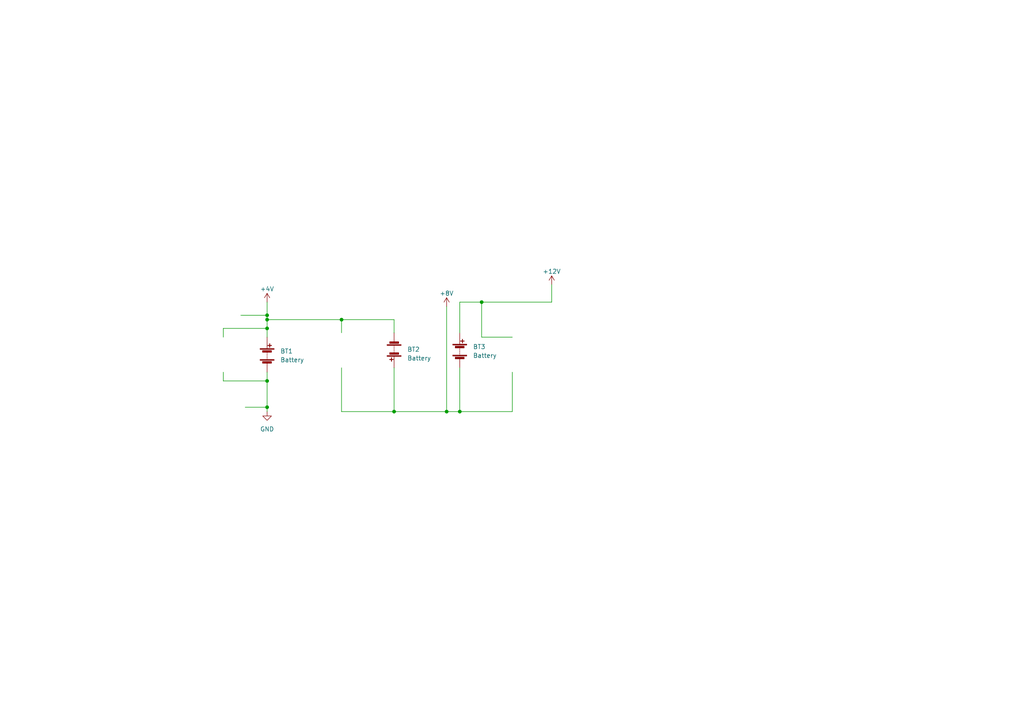
<source format=kicad_sch>
(kicad_sch (version 20230121) (generator eeschema)
  (paper "A4")
  (lib_symbols
    (symbol "Device:Battery" (pin_numbers hide) (pin_names (offset 0) hide)
      (property "Reference" "BT" (at 2.54 2.54 0))
      (property "Value" "Battery" (at 2.54 0 0))
      (symbol "Battery_0_1"
        (rectangle (start -2.032 -1.397) (end 2.032 -1.651) (fill (type outline)))
        (rectangle (start -2.032 1.778) (end 2.032 1.524) (fill (type outline)))
        (rectangle (start -1.3208 -1.9812) (end 1.27 -2.4892) (fill (type outline)))
        (rectangle (start -1.3208 1.1938) (end 1.27 0.6858) (fill (type outline)))
        (polyline (pts (xy 0 -1.524) (xy 0 -1.27)))
        (polyline (pts (xy 0 -1.016) (xy 0 -0.762)))
        (polyline (pts (xy 0 -0.508) (xy 0 -0.254)))
        (polyline (pts (xy 0 0) (xy 0 0.254)))
        (polyline (pts (xy 0 0.508) (xy 0 0.762)))
        (polyline (pts (xy 0 1.778) (xy 0 2.54)))
        (polyline (pts (xy 0.254 2.667) (xy 1.27 2.667)) (stroke (width 0.254)))
        (polyline (pts (xy 0.762 3.175) (xy 0.762 2.159)) (stroke (width 0.254)))
      )
      (symbol "Battery_1_1"
        (pin passive line (at 0 5.08 270) (length 2.54) (name "+") (number "1"))
        (pin passive line (at 0 -5.08 90) (length 2.54) (name "-") (number "2"))
      )
    )
    (symbol "power:+12V" (power) (pin_names (offset 0))
      (property "Value" "+12V" (at 0 3.556 0))
      (symbol "+12V_0_1"
        (polyline (pts (xy -0.762 1.27) (xy 0 2.54)))
        (polyline (pts (xy 0 0) (xy 0 2.54)))
        (polyline (pts (xy 0 2.54) (xy 0.762 1.27)))
      )
      (symbol "+12V_1_1"
        (pin power_in line (at 0 0 90) (length 0) hide (name "+12V") (number "1"))
      )
    )
    (symbol "power:+4V" (power) (pin_names (offset 0))
      (property "Value" "+4V" (at 0 3.556 0))
      (symbol "+4V_0_1"
        (polyline (pts (xy -0.762 1.27) (xy 0 2.54)))
        (polyline (pts (xy 0 0) (xy 0 2.54)))
        (polyline (pts (xy 0 2.54) (xy 0.762 1.27)))
      )
      (symbol "+4V_1_1"
        (pin power_in line (at 0 0 90) (length 0) hide (name "+4V") (number "1"))
      )
    )
    (symbol "power:+8V" (power) (pin_names (offset 0))
      (property "Value" "+8V" (at 0 3.556 0))
      (symbol "+8V_0_1"
        (polyline (pts (xy -0.762 1.27) (xy 0 2.54)))
        (polyline (pts (xy 0 0) (xy 0 2.54)))
        (polyline (pts (xy 0 2.54) (xy 0.762 1.27)))
      )
      (symbol "+8V_1_1"
        (pin power_in line (at 0 0 90) (length 0) hide (name "+8V") (number "1"))
      )
    )
    (symbol "power:GND" (power) (pin_names (offset 0))
      (property "Value" "GND" (at 0 -3.81 0))
      (symbol "GND_0_1"
        (polyline (pts (xy 0 0) (xy 0 -1.27) (xy 1.27 -1.27) (xy 0 -2.54) (xy -1.27 -1.27) (xy 0 -1.27)))
      )
      (symbol "GND_1_1"
        (pin power_in line (at 0 0 270) (length 0) hide (name "GND") (number "1"))
      )
    )
  )
  (junction (at 77.47 91.44))
  (junction (at 77.47 92.71))
  (junction (at 133.35 119.38))
  (junction (at 114.3 119.38))
  (junction (at 77.47 118.11))
  (junction (at 77.47 95.25))
  (junction (at 139.7 87.63))
  (junction (at 129.54 119.38))
  (junction (at 99.06 92.71))
  (junction (at 77.47 110.49))
  (wire (pts (xy 148.59 97.79) (xy 139.7 97.79)))
  (wire (pts (xy 64.77 97.79) (xy 64.77 95.25)))
  (wire (pts (xy 139.7 87.63) (xy 160.02 87.63)))
  (wire (pts (xy 77.47 95.25) (xy 77.47 97.79)))
  (wire (pts (xy 64.77 95.25) (xy 77.47 95.25)))
  (wire (pts (xy 64.77 107.95) (xy 64.77 110.49)))
  (wire (pts (xy 114.3 96.52) (xy 114.3 92.71)))
  (wire (pts (xy 133.35 106.68) (xy 133.35 119.38)))
  (wire (pts (xy 133.35 119.38) (xy 129.54 119.38)))
  (wire (pts (xy 77.47 87.63) (xy 77.47 91.44)))
  (wire (pts (xy 99.06 106.68) (xy 99.06 119.38)))
  (wire (pts (xy 99.06 92.71) (xy 114.3 92.71)))
  (wire (pts (xy 133.35 87.63) (xy 139.7 87.63)))
  (wire (pts (xy 114.3 106.68) (xy 114.3 119.38)))
  (wire (pts (xy 99.06 119.38) (xy 114.3 119.38)))
  (wire (pts (xy 148.59 119.38) (xy 133.35 119.38)))
  (wire (pts (xy 129.54 119.38) (xy 129.54 88.9)))
  (wire (pts (xy 139.7 97.79) (xy 139.7 87.63)))
  (wire (pts (xy 133.35 96.52) (xy 133.35 87.63)))
  (wire (pts (xy 160.02 87.63) (xy 160.02 82.55)))
  (wire (pts (xy 77.47 118.11) (xy 77.47 119.38)))
  (wire (pts (xy 114.3 119.38) (xy 129.54 119.38)))
  (wire (pts (xy 77.47 92.71) (xy 99.06 92.71)))
  (wire (pts (xy 77.47 110.49) (xy 77.47 118.11)))
  (wire (pts (xy 69.85 91.44) (xy 77.47 91.44)))
  (wire (pts (xy 99.06 92.71) (xy 99.06 96.52)))
  (wire (pts (xy 64.77 110.49) (xy 77.47 110.49)))
  (wire (pts (xy 77.47 92.71) (xy 77.47 95.25)))
  (wire (pts (xy 148.59 107.95) (xy 148.59 119.38)))
  (wire (pts (xy 77.47 91.44) (xy 77.47 92.71)))
  (wire (pts (xy 77.47 107.95) (xy 77.47 110.49)))
  (wire (pts (xy 71.12 118.11) (xy 77.47 118.11)))
  (symbol (lib_id "power:GND") (at 77.47 119.38 0) (unit 1)
    (property "Reference" "#PWR01" (effects hide))
    (property "Value" "GND" (at 77.47 124.46 0))
  )
  (symbol (lib_id "power:+12V") (at 160.02 82.55 0) (unit 1)
    (property "Reference" "#PWR04" (effects hide))
    (property "Value" "+12V" (at 160.02 78.74 0))
  )
  (symbol (lib_id "power:+4V") (at 77.47 87.63 0) (unit 1)
    (property "Reference" "#PWR02" (effects hide))
    (property "Value" "+4V" (at 77.47 83.82 0))
  )
  (symbol (lib_id "Device:Battery") (at 133.35 101.6 0) (unit 1)
    (property "Reference" "BT3" (at 137.16 100.584 0) (effects (justify left)))
    (property "Value" "Battery" (at 137.16 103.124 0) (effects (justify left)))
    (property "Footprint" "Battery:BatteryHolder_MPD_BH-18650-PC2" (effects hide))
  )
  (symbol (lib_id "Device:Battery") (at 114.3 101.6 180) (unit 1)
    (property "Reference" "BT2" (at 118.11 101.346 0) (effects (justify right)))
    (property "Value" "Battery" (at 118.11 103.886 0) (effects (justify right)))
    (property "Footprint" "Battery:BatteryHolder_MPD_BH-18650-PC2" (effects hide))
  )
  (symbol (lib_id "Device:Battery") (at 77.47 102.87 0) (unit 1)
    (property "Reference" "BT1" (at 81.28 101.854 0) (effects (justify left)))
    (property "Value" "Battery" (at 81.28 104.394 0) (effects (justify left)))
    (property "Footprint" "Battery:BatteryHolder_MPD_BH-18650-PC2" (effects hide))
  )
  (symbol (lib_id "power:+8V") (at 129.54 88.9 0) (unit 1)
    (property "Reference" "#PWR03" (effects hide))
    (property "Value" "+8V" (at 129.54 85.09 0))
  )
)
</source>
